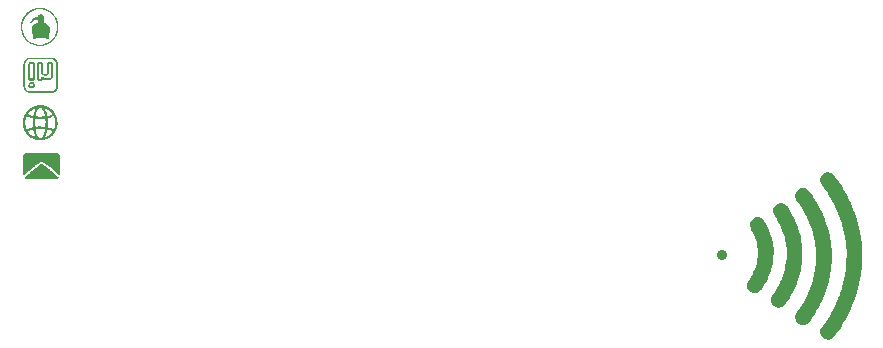
<source format=gbs>
G04 Layer: BottomSolderMaskLayer*
G04 EasyEDA v6.5.50, 2025-06-01 17:24:59*
G04 69e65154b6b24189a8545f2fef81dcb9,5ab416c87bd24f2091f84acd62e1526b,10*
G04 Gerber Generator version 0.2*
G04 Scale: 100 percent, Rotated: No, Reflected: No *
G04 Dimensions in millimeters *
G04 leading zeros omitted , absolute positions ,4 integer and 5 decimal *
%FSLAX45Y45*%
%MOMM*%

%ADD10C,0.9096*%
%ADD11C,0.0157*%

%LPD*%
G36*
X-4899406Y-760882D02*
G01*
X-4931714Y-761492D01*
X-4942535Y-763066D01*
X-4950510Y-764641D01*
X-4959502Y-767943D01*
X-4973929Y-772363D01*
X-4976520Y-773734D01*
X-4980330Y-777087D01*
X-4990439Y-781100D01*
X-4996078Y-786536D01*
X-5002784Y-789686D01*
X-5008422Y-794715D01*
X-5015280Y-799185D01*
X-5018074Y-802894D01*
X-5023561Y-806551D01*
X-5026202Y-809802D01*
X-5026202Y-810869D01*
X-5032756Y-817829D01*
X-5038090Y-826363D01*
X-5039512Y-826922D01*
X-5042509Y-831443D01*
X-5044287Y-836168D01*
X-5050180Y-841908D01*
X-5054193Y-852678D01*
X-5056682Y-856081D01*
X-5058156Y-858977D01*
X-5062778Y-877519D01*
X-5065318Y-883869D01*
X-5067300Y-892708D01*
X-5068722Y-904240D01*
X-5068709Y-908913D01*
X-5058765Y-908913D01*
X-5057648Y-898398D01*
X-5054041Y-888187D01*
X-5051450Y-873861D01*
X-5049875Y-869137D01*
X-5045710Y-863955D01*
X-5044846Y-862330D01*
X-5042052Y-853948D01*
X-5037023Y-845921D01*
X-5033568Y-838200D01*
X-5030520Y-834593D01*
X-5025847Y-827176D01*
X-5004054Y-805332D01*
X-4998669Y-801370D01*
X-4993894Y-797204D01*
X-4986121Y-793597D01*
X-4980127Y-789330D01*
X-4969306Y-785317D01*
X-4963109Y-781151D01*
X-4960416Y-779983D01*
X-4949748Y-777697D01*
X-4944059Y-776071D01*
X-4938826Y-773074D01*
X-4931714Y-771296D01*
X-4891532Y-771245D01*
X-4883962Y-772566D01*
X-4876850Y-776224D01*
X-4859985Y-780338D01*
X-4856480Y-781964D01*
X-4852314Y-785418D01*
X-4844643Y-787857D01*
X-4839157Y-790346D01*
X-4836007Y-793038D01*
X-4825085Y-798626D01*
X-4821986Y-801928D01*
X-4814722Y-806602D01*
X-4811420Y-811733D01*
X-4806543Y-815289D01*
X-4802987Y-820013D01*
X-4799025Y-823061D01*
X-4796790Y-826719D01*
X-4789881Y-834085D01*
X-4785156Y-843787D01*
X-4782210Y-847140D01*
X-4781092Y-849426D01*
X-4777384Y-859739D01*
X-4773980Y-865479D01*
X-4772355Y-870712D01*
X-4769612Y-882548D01*
X-4764684Y-892200D01*
X-4763262Y-900023D01*
X-4763262Y-943000D01*
X-4764582Y-950823D01*
X-4769612Y-960882D01*
X-4773422Y-976731D01*
X-4777028Y-982776D01*
X-4781600Y-995324D01*
X-4784648Y-999032D01*
X-4790490Y-1010259D01*
X-4794961Y-1014018D01*
X-4798263Y-1018895D01*
X-4813249Y-1034186D01*
X-4815078Y-1036980D01*
X-4819243Y-1039114D01*
X-4825288Y-1044803D01*
X-4834839Y-1049680D01*
X-4840528Y-1053744D01*
X-4852365Y-1057960D01*
X-4855972Y-1060907D01*
X-4859375Y-1062685D01*
X-4874615Y-1066190D01*
X-4878476Y-1067816D01*
X-4881473Y-1070000D01*
X-4888433Y-1071676D01*
X-4927600Y-1071981D01*
X-4935677Y-1071067D01*
X-4941163Y-1069441D01*
X-4941874Y-1068324D01*
X-4946650Y-1066190D01*
X-4961788Y-1062685D01*
X-4964684Y-1061161D01*
X-4970018Y-1057503D01*
X-4975504Y-1055674D01*
X-4981651Y-1053084D01*
X-4986324Y-1049629D01*
X-4994148Y-1046022D01*
X-4998161Y-1042416D01*
X-5002784Y-1038860D01*
X-5025034Y-1017117D01*
X-5029962Y-1009497D01*
X-5033467Y-1005027D01*
X-5036972Y-997458D01*
X-5042204Y-989076D01*
X-5044186Y-982624D01*
X-5046726Y-977544D01*
X-5048961Y-975461D01*
X-5050993Y-971499D01*
X-5053990Y-955548D01*
X-5058257Y-942441D01*
X-5058765Y-908913D01*
X-5068709Y-908913D01*
X-5068620Y-940358D01*
X-5066944Y-952601D01*
X-5064760Y-961237D01*
X-5062931Y-964996D01*
X-5059629Y-978611D01*
X-5057648Y-985418D01*
X-5054092Y-991006D01*
X-5049774Y-1001928D01*
X-5045100Y-1005840D01*
X-5041747Y-1013256D01*
X-5036870Y-1018844D01*
X-5032248Y-1026261D01*
X-5027828Y-1030224D01*
X-5024221Y-1036218D01*
X-5020208Y-1038504D01*
X-5014061Y-1045108D01*
X-5007914Y-1048918D01*
X-5002276Y-1053896D01*
X-4994910Y-1057300D01*
X-4992217Y-1060907D01*
X-4988864Y-1062583D01*
X-4980838Y-1065885D01*
X-4976622Y-1069492D01*
X-4973675Y-1071016D01*
X-4961128Y-1074724D01*
X-4955387Y-1077315D01*
X-4947259Y-1079398D01*
X-4932730Y-1081532D01*
X-4918811Y-1082446D01*
X-4893564Y-1081989D01*
X-4879695Y-1080363D01*
X-4867808Y-1077925D01*
X-4858562Y-1074267D01*
X-4845913Y-1070406D01*
X-4839512Y-1065580D01*
X-4831283Y-1062024D01*
X-4826609Y-1057554D01*
X-4817872Y-1053185D01*
X-4812741Y-1048461D01*
X-4808067Y-1045718D01*
X-4801311Y-1038809D01*
X-4797450Y-1035761D01*
X-4795469Y-1031748D01*
X-4789728Y-1027480D01*
X-4786274Y-1022045D01*
X-4781804Y-1017219D01*
X-4777181Y-1007973D01*
X-4773422Y-1003553D01*
X-4770577Y-995883D01*
X-4768494Y-992733D01*
X-4766056Y-990396D01*
X-4763008Y-983843D01*
X-4763008Y-982167D01*
X-4760976Y-976121D01*
X-4757369Y-968451D01*
X-4755743Y-960780D01*
X-4753305Y-943000D01*
X-4752035Y-927303D01*
X-4752695Y-905814D01*
X-4754270Y-892200D01*
X-4756912Y-875944D01*
X-4761382Y-865987D01*
X-4764582Y-855319D01*
X-4768189Y-850849D01*
X-4771237Y-846226D01*
X-4773371Y-839622D01*
X-4777282Y-835101D01*
X-4781804Y-826211D01*
X-4787188Y-820267D01*
X-4789271Y-816051D01*
X-4794910Y-811834D01*
X-4798872Y-805789D01*
X-4804206Y-802132D01*
X-4808474Y-797102D01*
X-4812385Y-795070D01*
X-4818380Y-789736D01*
X-4827168Y-785469D01*
X-4831842Y-780542D01*
X-4835906Y-779221D01*
X-4841544Y-776325D01*
X-4845304Y-773277D01*
X-4849266Y-771550D01*
X-4861153Y-768248D01*
X-4866843Y-765810D01*
X-4875022Y-763727D01*
X-4884826Y-762152D01*
G37*
G36*
X-4903978Y-814425D02*
G01*
X-4909058Y-815390D01*
X-4918303Y-820826D01*
X-4922266Y-824636D01*
X-4925720Y-829462D01*
X-4929378Y-838149D01*
X-4931867Y-842060D01*
X-4948174Y-842619D01*
X-4961991Y-846378D01*
X-4966309Y-848309D01*
X-4976012Y-858367D01*
X-4979974Y-867816D01*
X-4983480Y-871982D01*
X-4986477Y-878078D01*
X-4992725Y-883615D01*
X-4992065Y-886409D01*
X-4990134Y-890371D01*
X-4989372Y-890320D01*
X-4987442Y-888847D01*
X-4981651Y-887679D01*
X-4977790Y-885088D01*
X-4975352Y-881176D01*
X-4972507Y-878586D01*
X-4968544Y-872642D01*
X-4964684Y-870305D01*
X-4958283Y-864006D01*
X-4950764Y-862025D01*
X-4940757Y-861415D01*
X-4931410Y-863244D01*
X-4928463Y-866698D01*
X-4926939Y-875487D01*
X-4928362Y-883767D01*
X-4931308Y-886815D01*
X-4941062Y-889203D01*
X-4944567Y-891032D01*
X-4948123Y-894181D01*
X-4956962Y-898398D01*
X-4963718Y-904748D01*
X-4968036Y-908253D01*
X-4969967Y-912114D01*
X-4974183Y-917803D01*
X-4976723Y-925728D01*
X-4977790Y-932535D01*
X-4978450Y-944575D01*
X-4977231Y-966520D01*
X-4975860Y-977239D01*
X-4967935Y-992936D01*
X-4969052Y-1008735D01*
X-4969052Y-1017117D01*
X-4966919Y-1023569D01*
X-4964836Y-1026515D01*
X-4956657Y-1026515D01*
X-4951780Y-1022959D01*
X-4947564Y-1020775D01*
X-4943144Y-1015441D01*
X-4940198Y-1013917D01*
X-4932527Y-1012291D01*
X-4915712Y-1014577D01*
X-4892548Y-1015085D01*
X-4877104Y-1013307D01*
X-4866132Y-1012748D01*
X-4860798Y-1015492D01*
X-4854956Y-1020571D01*
X-4850333Y-1023721D01*
X-4845151Y-1025499D01*
X-4842611Y-1026972D01*
X-4840986Y-1027023D01*
X-4838801Y-1024686D01*
X-4835601Y-1017676D01*
X-4835906Y-992530D01*
X-4832553Y-988009D01*
X-4830013Y-982776D01*
X-4826254Y-968095D01*
X-4824374Y-959205D01*
X-4823104Y-946251D01*
X-4824425Y-934110D01*
X-4825847Y-931265D01*
X-4830368Y-915517D01*
X-4832299Y-912469D01*
X-4837633Y-905764D01*
X-4845862Y-898194D01*
X-4854448Y-894181D01*
X-4858766Y-890524D01*
X-4869027Y-887171D01*
X-4873142Y-884174D01*
X-4874920Y-875944D01*
X-4872532Y-867054D01*
X-4872126Y-841603D01*
X-4873904Y-834085D01*
X-4877257Y-829360D01*
X-4879848Y-824128D01*
X-4882794Y-821385D01*
X-4892548Y-816051D01*
X-4898694Y-814425D01*
G37*
G36*
X-4997602Y-1181455D02*
G01*
X-5007152Y-1182573D01*
X-5011521Y-1184300D01*
X-5017160Y-1187754D01*
X-5025136Y-1191006D01*
X-5033924Y-1198829D01*
X-5036718Y-1203756D01*
X-5043068Y-1210005D01*
X-5043576Y-1213154D01*
X-5047335Y-1227836D01*
X-5048351Y-1237234D01*
X-5048351Y-1331772D01*
X-5032908Y-1331772D01*
X-5032908Y-1234643D01*
X-5031841Y-1227378D01*
X-5028234Y-1217879D01*
X-5024526Y-1210157D01*
X-5017770Y-1205331D01*
X-5011724Y-1200251D01*
X-5006390Y-1197813D01*
X-4995570Y-1196594D01*
X-4799838Y-1196949D01*
X-4791659Y-1198778D01*
X-4789017Y-1200505D01*
X-4778400Y-1211072D01*
X-4774387Y-1215390D01*
X-4772355Y-1218946D01*
X-4770018Y-1227836D01*
X-4769713Y-1428597D01*
X-4771237Y-1439011D01*
X-4773828Y-1445514D01*
X-4778857Y-1450949D01*
X-4781042Y-1455267D01*
X-4784496Y-1457960D01*
X-4785461Y-1457960D01*
X-4792573Y-1462684D01*
X-4800346Y-1464970D01*
X-4998161Y-1465224D01*
X-5006898Y-1463700D01*
X-5010505Y-1461262D01*
X-5018328Y-1457502D01*
X-5025745Y-1449527D01*
X-5028234Y-1444091D01*
X-5030978Y-1437284D01*
X-5032857Y-1428902D01*
X-5032908Y-1331772D01*
X-5048351Y-1331772D01*
X-5048351Y-1423670D01*
X-5047335Y-1434084D01*
X-5042052Y-1454048D01*
X-5030368Y-1466088D01*
X-5024882Y-1471422D01*
X-5022342Y-1473047D01*
X-5009489Y-1477467D01*
X-5006898Y-1479143D01*
X-4998161Y-1480921D01*
X-4808626Y-1480972D01*
X-4798771Y-1480058D01*
X-4781397Y-1473657D01*
X-4766767Y-1462125D01*
X-4764176Y-1458163D01*
X-4760315Y-1450390D01*
X-4756962Y-1444599D01*
X-4755032Y-1436776D01*
X-4755032Y-1225194D01*
X-4756861Y-1217320D01*
X-4761992Y-1208481D01*
X-4764786Y-1201267D01*
X-4768850Y-1197965D01*
X-4775657Y-1191615D01*
X-4785309Y-1187551D01*
X-4791405Y-1183436D01*
X-4798314Y-1181811D01*
G37*
G36*
X-4988560Y-1217980D02*
G01*
X-4998313Y-1219860D01*
X-5005171Y-1226921D01*
X-5006594Y-1235151D01*
X-5006594Y-1352753D01*
X-4991201Y-1352753D01*
X-4991150Y-1243533D01*
X-4989271Y-1239367D01*
X-4986426Y-1235913D01*
X-4982260Y-1233728D01*
X-4973167Y-1234490D01*
X-4971135Y-1237081D01*
X-4969052Y-1242771D01*
X-4969052Y-1354124D01*
X-4972304Y-1359103D01*
X-4974437Y-1359916D01*
X-4982159Y-1360576D01*
X-4987798Y-1357426D01*
X-4989728Y-1355598D01*
X-4991201Y-1352753D01*
X-5006594Y-1352753D01*
X-5006594Y-1361338D01*
X-5004816Y-1369974D01*
X-5001768Y-1373225D01*
X-4998669Y-1375460D01*
X-4993995Y-1376121D01*
X-4965700Y-1376273D01*
X-4956657Y-1372768D01*
X-4954219Y-1370431D01*
X-4953050Y-1363878D01*
X-4953152Y-1231493D01*
X-4953965Y-1226515D01*
X-4956352Y-1223873D01*
X-4962042Y-1221232D01*
X-4965598Y-1218488D01*
G37*
G36*
X-4915916Y-1218133D02*
G01*
X-4923942Y-1219301D01*
X-4933442Y-1226515D01*
X-4935016Y-1236726D01*
X-4935016Y-1242872D01*
X-4920132Y-1242872D01*
X-4918100Y-1236167D01*
X-4915966Y-1233830D01*
X-4906924Y-1233830D01*
X-4901387Y-1235506D01*
X-4899050Y-1237081D01*
X-4896916Y-1242771D01*
X-4896916Y-1301140D01*
X-4895951Y-1311656D01*
X-4894224Y-1318920D01*
X-4891786Y-1322578D01*
X-4888738Y-1324660D01*
X-4886350Y-1328826D01*
X-4883200Y-1332026D01*
X-4866284Y-1335989D01*
X-4858562Y-1335328D01*
X-4849825Y-1332738D01*
X-4846218Y-1330960D01*
X-4840935Y-1325727D01*
X-4837785Y-1321257D01*
X-4835550Y-1314297D01*
X-4833924Y-1311097D01*
X-4832553Y-1303782D01*
X-4832553Y-1243939D01*
X-4828844Y-1236472D01*
X-4825085Y-1233830D01*
X-4816805Y-1233830D01*
X-4814062Y-1236726D01*
X-4811674Y-1241958D01*
X-4811674Y-1331518D01*
X-4813046Y-1338834D01*
X-4815586Y-1344574D01*
X-4825085Y-1355191D01*
X-4833315Y-1357934D01*
X-4840528Y-1358950D01*
X-4850333Y-1359001D01*
X-4859020Y-1357884D01*
X-4866995Y-1356004D01*
X-4872431Y-1351076D01*
X-4876596Y-1348892D01*
X-4879695Y-1346504D01*
X-4882235Y-1342237D01*
X-4887671Y-1340154D01*
X-4891532Y-1339545D01*
X-4895494Y-1343710D01*
X-4896358Y-1348282D01*
X-4896408Y-1352499D01*
X-4898999Y-1357833D01*
X-4905451Y-1360830D01*
X-4915712Y-1361186D01*
X-4917998Y-1358747D01*
X-4920081Y-1354023D01*
X-4920132Y-1242872D01*
X-4935016Y-1242872D01*
X-4935067Y-1360220D01*
X-4933289Y-1370126D01*
X-4929124Y-1373225D01*
X-4924501Y-1375968D01*
X-4919878Y-1376730D01*
X-4892548Y-1376426D01*
X-4888788Y-1374800D01*
X-4882235Y-1368044D01*
X-4874615Y-1366926D01*
X-4871974Y-1368348D01*
X-4869383Y-1371142D01*
X-4865776Y-1372971D01*
X-4857546Y-1374444D01*
X-4832299Y-1374444D01*
X-4824171Y-1372158D01*
X-4818888Y-1366977D01*
X-4812436Y-1363675D01*
X-4805222Y-1356106D01*
X-4798618Y-1343050D01*
X-4796840Y-1335176D01*
X-4796434Y-1238300D01*
X-4797399Y-1226972D01*
X-4799380Y-1224178D01*
X-4808626Y-1219250D01*
X-4833823Y-1219200D01*
X-4841544Y-1221841D01*
X-4843830Y-1223365D01*
X-4846726Y-1228344D01*
X-4847336Y-1307947D01*
X-4848148Y-1311097D01*
X-4850231Y-1313434D01*
X-4858004Y-1318869D01*
X-4866132Y-1320088D01*
X-4875022Y-1317345D01*
X-4880711Y-1311605D01*
X-4882540Y-1301648D01*
X-4882489Y-1235151D01*
X-4883810Y-1226820D01*
X-4890516Y-1219911D01*
X-4899253Y-1218133D01*
G37*
G36*
X-4981448Y-1384554D02*
G01*
X-4983835Y-1387195D01*
X-4990642Y-1389329D01*
X-4999380Y-1393545D01*
X-5005019Y-1403248D01*
X-5007813Y-1410055D01*
X-5007798Y-1411478D01*
X-4992319Y-1411478D01*
X-4990693Y-1408938D01*
X-4984242Y-1403146D01*
X-4981549Y-1401368D01*
X-4973218Y-1404061D01*
X-4969662Y-1408480D01*
X-4968087Y-1411681D01*
X-4969103Y-1419910D01*
X-4970068Y-1421790D01*
X-4973421Y-1424330D01*
X-4980178Y-1425498D01*
X-4982667Y-1425448D01*
X-4987848Y-1422806D01*
X-4990998Y-1420368D01*
X-4992319Y-1411478D01*
X-5007798Y-1411478D01*
X-5007660Y-1419606D01*
X-5002276Y-1431442D01*
X-4996891Y-1437386D01*
X-4990439Y-1440891D01*
X-4982667Y-1442161D01*
X-4973421Y-1441653D01*
X-4964734Y-1438859D01*
X-4961229Y-1433931D01*
X-4955133Y-1428394D01*
X-4952898Y-1422095D01*
X-4952187Y-1411884D01*
X-4953914Y-1403248D01*
X-4955692Y-1400454D01*
X-4959299Y-1398016D01*
X-4962499Y-1392936D01*
X-4964988Y-1391259D01*
X-4973421Y-1387703D01*
X-4978552Y-1386586D01*
G37*
G36*
X-4900777Y-1583486D02*
G01*
X-4921910Y-1584045D01*
X-4932730Y-1585823D01*
X-4942535Y-1589836D01*
X-4957470Y-1592986D01*
X-4962093Y-1594662D01*
X-4968290Y-1598117D01*
X-4973929Y-1599996D01*
X-4978044Y-1602079D01*
X-4982768Y-1606550D01*
X-4990846Y-1611071D01*
X-4995824Y-1615541D01*
X-4999177Y-1617268D01*
X-5009438Y-1627124D01*
X-5012232Y-1631442D01*
X-5017160Y-1635201D01*
X-5020614Y-1639925D01*
X-5024983Y-1644650D01*
X-5029301Y-1653692D01*
X-5030063Y-1654606D01*
X-5007051Y-1654606D01*
X-5003596Y-1650695D01*
X-5001006Y-1645513D01*
X-4996688Y-1642008D01*
X-4989372Y-1635099D01*
X-4984496Y-1631746D01*
X-4978552Y-1626463D01*
X-4971796Y-1622958D01*
X-4966309Y-1618234D01*
X-4956759Y-1614982D01*
X-4952796Y-1615694D01*
X-4950663Y-1617065D01*
X-4949342Y-1620316D01*
X-4951984Y-1626311D01*
X-4953660Y-1633118D01*
X-4959858Y-1644345D01*
X-4962906Y-1662938D01*
X-4965496Y-1671066D01*
X-4965945Y-1671370D01*
X-4944973Y-1671370D01*
X-4943703Y-1661363D01*
X-4942230Y-1654149D01*
X-4938166Y-1645005D01*
X-4936032Y-1636318D01*
X-4934407Y-1633118D01*
X-4930444Y-1627784D01*
X-4926177Y-1618437D01*
X-4922418Y-1614119D01*
X-4919065Y-1609852D01*
X-4909566Y-1605178D01*
X-4907635Y-1603705D01*
X-4899761Y-1606753D01*
X-4894326Y-1609547D01*
X-4889347Y-1613966D01*
X-4884320Y-1621739D01*
X-4862423Y-1621739D01*
X-4862423Y-1620215D01*
X-4860493Y-1616354D01*
X-4858410Y-1614474D01*
X-4846726Y-1617929D01*
X-4839004Y-1623568D01*
X-4831384Y-1627886D01*
X-4828844Y-1631238D01*
X-4821783Y-1636014D01*
X-4819548Y-1639062D01*
X-4814976Y-1642414D01*
X-4810455Y-1649577D01*
X-4806289Y-1652219D01*
X-4804664Y-1654759D01*
X-4805375Y-1657197D01*
X-4807915Y-1663141D01*
X-4813757Y-1666239D01*
X-4824069Y-1669034D01*
X-4832299Y-1673352D01*
X-4841798Y-1675130D01*
X-4845202Y-1671777D01*
X-4847640Y-1662938D01*
X-4852568Y-1652473D01*
X-4856276Y-1636776D01*
X-4859883Y-1630578D01*
X-4862423Y-1621739D01*
X-4884320Y-1621739D01*
X-4880508Y-1627886D01*
X-4876647Y-1640890D01*
X-4873142Y-1646224D01*
X-4871262Y-1651000D01*
X-4868570Y-1665579D01*
X-4866944Y-1671574D01*
X-4869484Y-1675536D01*
X-4873802Y-1678584D01*
X-4884318Y-1679905D01*
X-4900117Y-1681022D01*
X-4916779Y-1680870D01*
X-4932222Y-1679448D01*
X-4940452Y-1677771D01*
X-4942890Y-1675536D01*
X-4944973Y-1671370D01*
X-4965945Y-1671370D01*
X-4968290Y-1672996D01*
X-4972659Y-1674723D01*
X-4974945Y-1674672D01*
X-4981143Y-1672843D01*
X-4987848Y-1669034D01*
X-4998567Y-1666290D01*
X-5002276Y-1664309D01*
X-5003850Y-1662938D01*
X-5007051Y-1654606D01*
X-5030063Y-1654606D01*
X-5033924Y-1659178D01*
X-5036616Y-1666341D01*
X-5040630Y-1671320D01*
X-5042763Y-1677111D01*
X-5045354Y-1687575D01*
X-5049824Y-1701190D01*
X-5051450Y-1711147D01*
X-5052622Y-1733702D01*
X-5034026Y-1733702D01*
X-5033365Y-1722628D01*
X-5031943Y-1714042D01*
X-5029403Y-1705914D01*
X-5026101Y-1688084D01*
X-5023459Y-1683054D01*
X-5021732Y-1682089D01*
X-5014468Y-1680057D01*
X-5013604Y-1680921D01*
X-4998516Y-1685747D01*
X-4993487Y-1689252D01*
X-4989982Y-1691081D01*
X-4973472Y-1694078D01*
X-4970830Y-1696059D01*
X-4969103Y-1702765D01*
X-4969564Y-1738884D01*
X-4951628Y-1738884D01*
X-4951018Y-1714246D01*
X-4949952Y-1705356D01*
X-4948834Y-1703070D01*
X-4942535Y-1699615D01*
X-4923993Y-1700123D01*
X-4888433Y-1700123D01*
X-4867148Y-1699666D01*
X-4864608Y-1701393D01*
X-4862372Y-1705051D01*
X-4861255Y-1723694D01*
X-4861915Y-1756664D01*
X-4863231Y-1763268D01*
X-4843373Y-1763268D01*
X-4842306Y-1753565D01*
X-4841697Y-1725625D01*
X-4843018Y-1705356D01*
X-4842916Y-1703374D01*
X-4840782Y-1696262D01*
X-4834382Y-1693113D01*
X-4823714Y-1691538D01*
X-4818380Y-1688998D01*
X-4812893Y-1685188D01*
X-4794351Y-1679905D01*
X-4791862Y-1678939D01*
X-4788255Y-1684426D01*
X-4785207Y-1693722D01*
X-4783175Y-1697228D01*
X-4781042Y-1704136D01*
X-4779568Y-1719529D01*
X-4778908Y-1734159D01*
X-4780026Y-1753463D01*
X-4781651Y-1764538D01*
X-4785258Y-1772920D01*
X-4788306Y-1781911D01*
X-4792116Y-1785620D01*
X-4802479Y-1783791D01*
X-4808067Y-1781911D01*
X-4813808Y-1779016D01*
X-4819396Y-1777390D01*
X-4833061Y-1774850D01*
X-4837633Y-1772615D01*
X-4841900Y-1766824D01*
X-4843373Y-1763268D01*
X-4863231Y-1763268D01*
X-4863439Y-1764182D01*
X-4867198Y-1766519D01*
X-4885842Y-1765858D01*
X-4904892Y-1764792D01*
X-4918811Y-1765350D01*
X-4937353Y-1766417D01*
X-4940452Y-1766824D01*
X-4946142Y-1764944D01*
X-4948885Y-1763623D01*
X-4950561Y-1756156D01*
X-4951628Y-1738884D01*
X-4969564Y-1738884D01*
X-4969611Y-1742541D01*
X-4968798Y-1763877D01*
X-4970576Y-1768703D01*
X-4973675Y-1772564D01*
X-4979619Y-1774850D01*
X-4992979Y-1777390D01*
X-4998618Y-1779016D01*
X-5004511Y-1782064D01*
X-5013452Y-1784705D01*
X-5017211Y-1784604D01*
X-5022850Y-1783232D01*
X-5025136Y-1780489D01*
X-5026253Y-1776577D01*
X-5028387Y-1765046D01*
X-5032857Y-1747977D01*
X-5034026Y-1733702D01*
X-5052622Y-1733702D01*
X-5051450Y-1755241D01*
X-5049469Y-1766112D01*
X-5045710Y-1777085D01*
X-5042560Y-1790192D01*
X-5040071Y-1795272D01*
X-5036616Y-1800148D01*
X-5033775Y-1806448D01*
X-5007152Y-1806448D01*
X-5007152Y-1804619D01*
X-5001209Y-1801571D01*
X-4991963Y-1798777D01*
X-4982667Y-1794052D01*
X-4973421Y-1792427D01*
X-4967681Y-1794103D01*
X-4964099Y-1796643D01*
X-4944872Y-1796643D01*
X-4943856Y-1788617D01*
X-4940808Y-1785823D01*
X-4932730Y-1784959D01*
X-4874514Y-1784959D01*
X-4867554Y-1788414D01*
X-4867554Y-1796999D01*
X-4868621Y-1800656D01*
X-4871262Y-1815338D01*
X-4873802Y-1820570D01*
X-4877308Y-1826869D01*
X-4880051Y-1837029D01*
X-4883505Y-1842566D01*
X-4886179Y-1847748D01*
X-4863084Y-1847748D01*
X-4860798Y-1837842D01*
X-4855718Y-1827377D01*
X-4851958Y-1811680D01*
X-4848148Y-1804314D01*
X-4846269Y-1796592D01*
X-4843221Y-1793036D01*
X-4841544Y-1792122D01*
X-4831791Y-1793595D01*
X-4826609Y-1795322D01*
X-4819396Y-1799183D01*
X-4808220Y-1802231D01*
X-4804816Y-1805381D01*
X-4805934Y-1813763D01*
X-4824069Y-1831949D01*
X-4829708Y-1835912D01*
X-4835398Y-1840890D01*
X-4844135Y-1845106D01*
X-4849418Y-1848612D01*
X-4856937Y-1851202D01*
X-4859375Y-1851202D01*
X-4863084Y-1847748D01*
X-4886179Y-1847748D01*
X-4886756Y-1848866D01*
X-4898288Y-1860448D01*
X-4907483Y-1861921D01*
X-4915712Y-1859584D01*
X-4918202Y-1858264D01*
X-4921808Y-1852523D01*
X-4926533Y-1847138D01*
X-4930140Y-1838350D01*
X-4934508Y-1833422D01*
X-4935423Y-1831543D01*
X-4938674Y-1819757D01*
X-4941671Y-1813661D01*
X-4943246Y-1807464D01*
X-4944872Y-1796643D01*
X-4964099Y-1796643D01*
X-4961331Y-1812696D01*
X-4959299Y-1823008D01*
X-4954168Y-1831543D01*
X-4951120Y-1842363D01*
X-4947310Y-1847392D01*
X-4948682Y-1849628D01*
X-4950764Y-1850288D01*
X-4957267Y-1850999D01*
X-4962702Y-1848764D01*
X-4966360Y-1845919D01*
X-4975961Y-1841754D01*
X-4980127Y-1837740D01*
X-4984750Y-1834591D01*
X-4988864Y-1830171D01*
X-4997196Y-1823516D01*
X-5002174Y-1817928D01*
X-5004816Y-1813915D01*
X-5007152Y-1806448D01*
X-5033775Y-1806448D01*
X-5033010Y-1808175D01*
X-5028895Y-1812696D01*
X-5025136Y-1820875D01*
X-5019395Y-1827377D01*
X-5017516Y-1831136D01*
X-5013706Y-1834184D01*
X-5005882Y-1842363D01*
X-4998669Y-1848916D01*
X-4993995Y-1851660D01*
X-4985258Y-1859076D01*
X-4978044Y-1862632D01*
X-4974082Y-1865833D01*
X-4961077Y-1870100D01*
X-4957419Y-1872538D01*
X-4952288Y-1875129D01*
X-4947666Y-1876348D01*
X-4935321Y-1878431D01*
X-4925009Y-1881124D01*
X-4916271Y-1882546D01*
X-4891532Y-1882190D01*
X-4877104Y-1878533D01*
X-4860086Y-1875231D01*
X-4855921Y-1873351D01*
X-4851501Y-1870049D01*
X-4842611Y-1867357D01*
X-4838598Y-1865833D01*
X-4834178Y-1862683D01*
X-4823510Y-1857502D01*
X-4819650Y-1852828D01*
X-4812538Y-1848104D01*
X-4811522Y-1846122D01*
X-4807051Y-1843125D01*
X-4798009Y-1833930D01*
X-4794504Y-1828546D01*
X-4788712Y-1823313D01*
X-4786782Y-1819402D01*
X-4781753Y-1813763D01*
X-4777994Y-1804111D01*
X-4773371Y-1797304D01*
X-4769713Y-1785416D01*
X-4765903Y-1780286D01*
X-4764024Y-1774494D01*
X-4761026Y-1753006D01*
X-4759960Y-1743608D01*
X-4759299Y-1732584D01*
X-4760468Y-1717192D01*
X-4763516Y-1694891D01*
X-4765141Y-1687017D01*
X-4769713Y-1680210D01*
X-4772964Y-1670304D01*
X-4774488Y-1667154D01*
X-4777790Y-1662785D01*
X-4781194Y-1653793D01*
X-4786071Y-1648155D01*
X-4788458Y-1643075D01*
X-4793640Y-1637842D01*
X-4798822Y-1631492D01*
X-4808626Y-1620723D01*
X-4818888Y-1613611D01*
X-4820970Y-1611274D01*
X-4828184Y-1607566D01*
X-4833518Y-1602130D01*
X-4845050Y-1597558D01*
X-4849368Y-1594764D01*
X-4854651Y-1592986D01*
X-4868875Y-1590040D01*
X-4878628Y-1586128D01*
X-4885334Y-1584706D01*
G37*
G36*
X-5022850Y-1986534D02*
G01*
X-5029708Y-1988921D01*
X-5035143Y-1993087D01*
X-5039868Y-1995322D01*
X-5042306Y-1997557D01*
X-5045913Y-2003298D01*
X-5048910Y-2006549D01*
X-5051704Y-2014321D01*
X-5052009Y-2173732D01*
X-5050282Y-2177135D01*
X-5047691Y-2179980D01*
X-5044490Y-2177694D01*
X-5037785Y-2171496D01*
X-5030063Y-2165502D01*
X-5027472Y-2162657D01*
X-5022850Y-2159457D01*
X-5008422Y-2145080D01*
X-5005374Y-2143201D01*
X-5000193Y-2138273D01*
X-4996078Y-2135530D01*
X-4981854Y-2122170D01*
X-4972405Y-2114600D01*
X-4965293Y-2109622D01*
X-4959502Y-2104288D01*
X-4954778Y-2101545D01*
X-4952949Y-2098598D01*
X-4950256Y-2095652D01*
X-4945176Y-2093010D01*
X-4939944Y-2088032D01*
X-4931714Y-2083511D01*
X-4927041Y-2079091D01*
X-4920488Y-2075840D01*
X-4915052Y-2070760D01*
X-4905298Y-2066493D01*
X-4899914Y-2062327D01*
X-4894630Y-2061718D01*
X-4889855Y-2061667D01*
X-4872990Y-2070709D01*
X-4867808Y-2075738D01*
X-4861966Y-2078482D01*
X-4857038Y-2083003D01*
X-4848809Y-2087575D01*
X-4843373Y-2092553D01*
X-4839258Y-2094687D01*
X-4835398Y-2100681D01*
X-4828438Y-2104440D01*
X-4824577Y-2108149D01*
X-4817872Y-2112619D01*
X-4812182Y-2118106D01*
X-4808016Y-2120239D01*
X-4801412Y-2127758D01*
X-4797653Y-2129688D01*
X-4793284Y-2135022D01*
X-4790084Y-2136749D01*
X-4783886Y-2142642D01*
X-4779467Y-2145639D01*
X-4776216Y-2149398D01*
X-4771542Y-2152954D01*
X-4755032Y-2168347D01*
X-4749393Y-2172360D01*
X-4745431Y-2176881D01*
X-4742637Y-2178862D01*
X-4738674Y-2177491D01*
X-4735677Y-2174595D01*
X-4735982Y-2015896D01*
X-4739386Y-2005126D01*
X-4747056Y-1995779D01*
X-4754880Y-1991918D01*
X-4758131Y-1989074D01*
X-4760214Y-1988007D01*
X-4767376Y-1986534D01*
G37*
G36*
X-4891532Y-2083307D02*
G01*
X-4899761Y-2084070D01*
X-4907483Y-2087118D01*
X-4909769Y-2088388D01*
X-4914442Y-2092553D01*
X-4922875Y-2096973D01*
X-4928616Y-2103120D01*
X-4933238Y-2106066D01*
X-4937556Y-2110232D01*
X-4942535Y-2113127D01*
X-4947158Y-2116988D01*
X-4951780Y-2120188D01*
X-4967224Y-2134514D01*
X-4974437Y-2139340D01*
X-4978400Y-2143404D01*
X-4982667Y-2146096D01*
X-4988915Y-2152548D01*
X-4992573Y-2155088D01*
X-4995570Y-2159203D01*
X-5002479Y-2163876D01*
X-5005120Y-2167026D01*
X-5011166Y-2171547D01*
X-5026304Y-2186025D01*
X-5031841Y-2190242D01*
X-5035651Y-2194966D01*
X-5039614Y-2199182D01*
X-5030571Y-2206802D01*
X-5023916Y-2210054D01*
X-5015128Y-2210765D01*
X-4776165Y-2210917D01*
X-4764328Y-2209952D01*
X-4759147Y-2208174D01*
X-4755540Y-2204770D01*
X-4749901Y-2201164D01*
X-4748428Y-2199386D01*
X-4749800Y-2196744D01*
X-4753051Y-2194712D01*
X-4758385Y-2189175D01*
X-4768799Y-2179269D01*
X-4775352Y-2172614D01*
X-4780127Y-2169515D01*
X-4807762Y-2144420D01*
X-4808778Y-2144420D01*
X-4815586Y-2138121D01*
X-4819599Y-2135581D01*
X-4823358Y-2131009D01*
X-4826609Y-2129078D01*
X-4830064Y-2125827D01*
X-4832146Y-2122373D01*
X-4838141Y-2119325D01*
X-4844237Y-2114143D01*
X-4851501Y-2109419D01*
X-4854143Y-2105863D01*
X-4861356Y-2101850D01*
X-4865268Y-2096516D01*
X-4872736Y-2092756D01*
X-4878628Y-2088083D01*
X-4882235Y-2085898D01*
G37*
G36*
X1763014Y-2150567D02*
G01*
X1744421Y-2154072D01*
X1736699Y-2158034D01*
X1729536Y-2163013D01*
X1712112Y-2177846D01*
X1708657Y-2177846D01*
X1706524Y-2182012D01*
X1704848Y-2191512D01*
X1698650Y-2203399D01*
X1697532Y-2228951D01*
X1706016Y-2246122D01*
X1711299Y-2259177D01*
X1719935Y-2267508D01*
X1728368Y-2282240D01*
X1732635Y-2285390D01*
X1737918Y-2293924D01*
X1745081Y-2304034D01*
X1751075Y-2312924D01*
X1760829Y-2325674D01*
X1766163Y-2336393D01*
X1771396Y-2346147D01*
X1775002Y-2350363D01*
X1781454Y-2361285D01*
X1787143Y-2373172D01*
X1791106Y-2376424D01*
X1791106Y-2379370D01*
X1798269Y-2389784D01*
X1798320Y-2393645D01*
X1805482Y-2402586D01*
X1805482Y-2407158D01*
X1808276Y-2412339D01*
X1811274Y-2414727D01*
X1813814Y-2424277D01*
X1819605Y-2432100D01*
X1821078Y-2439924D01*
X1825802Y-2444191D01*
X1828292Y-2453386D01*
X1834184Y-2461971D01*
X1834184Y-2464968D01*
X1841144Y-2478024D01*
X1842820Y-2485948D01*
X1847189Y-2493111D01*
X1850186Y-2504948D01*
X1856943Y-2517648D01*
X1856943Y-2521610D01*
X1861667Y-2529332D01*
X1864461Y-2540609D01*
X1868932Y-2549448D01*
X1872386Y-2564333D01*
X1878533Y-2583332D01*
X1883511Y-2597556D01*
X1885442Y-2609443D01*
X1890522Y-2620721D01*
X1892706Y-2639110D01*
X1897634Y-2651658D01*
X1900021Y-2668828D01*
X1905762Y-2692552D01*
X1908556Y-2712720D01*
X1912061Y-2730855D01*
X1914245Y-2761437D01*
X1917903Y-2775661D01*
X1920595Y-2831490D01*
X1919122Y-2933598D01*
X1916785Y-2948990D01*
X1914296Y-2959709D01*
X1912061Y-2990240D01*
X1908556Y-3008376D01*
X1905762Y-3028543D01*
X1900021Y-3052318D01*
X1897837Y-3067761D01*
X1892503Y-3083204D01*
X1890522Y-3100374D01*
X1885442Y-3111652D01*
X1883511Y-3123539D01*
X1878533Y-3137814D01*
X1872386Y-3156762D01*
X1868932Y-3171698D01*
X1864410Y-3180537D01*
X1862632Y-3188868D01*
X1856943Y-3200044D01*
X1856943Y-3203448D01*
X1850186Y-3216198D01*
X1847189Y-3228035D01*
X1842820Y-3235147D01*
X1841144Y-3243072D01*
X1834184Y-3256178D01*
X1834184Y-3259175D01*
X1828292Y-3267760D01*
X1825802Y-3276904D01*
X1821078Y-3281172D01*
X1819605Y-3289046D01*
X1813814Y-3296818D01*
X1811274Y-3306368D01*
X1808276Y-3308756D01*
X1805482Y-3313937D01*
X1805482Y-3318510D01*
X1798320Y-3327501D01*
X1798269Y-3331311D01*
X1791106Y-3341776D01*
X1791106Y-3344062D01*
X1785162Y-3351072D01*
X1785162Y-3353968D01*
X1777390Y-3366160D01*
X1766112Y-3384753D01*
X1760880Y-3395421D01*
X1748078Y-3412388D01*
X1748078Y-3414725D01*
X1744167Y-3417976D01*
X1737918Y-3427171D01*
X1732635Y-3435756D01*
X1728368Y-3438855D01*
X1719935Y-3453637D01*
X1711299Y-3461918D01*
X1706016Y-3474974D01*
X1697532Y-3492195D01*
X1698650Y-3517747D01*
X1704848Y-3529584D01*
X1706524Y-3539083D01*
X1708657Y-3543249D01*
X1712112Y-3543249D01*
X1729536Y-3558082D01*
X1736699Y-3563061D01*
X1744573Y-3567125D01*
X1760626Y-3570274D01*
X1774088Y-3570579D01*
X1784654Y-3565906D01*
X1794459Y-3564382D01*
X1809191Y-3550970D01*
X1817573Y-3544112D01*
X1822297Y-3534968D01*
X1824482Y-3534968D01*
X1825904Y-3530396D01*
X1834184Y-3520084D01*
X1834184Y-3517442D01*
X1837893Y-3514394D01*
X1851050Y-3494582D01*
X1853387Y-3494582D01*
X1856232Y-3488029D01*
X1863445Y-3477361D01*
X1869948Y-3470249D01*
X1879752Y-3450742D01*
X1882089Y-3449269D01*
X1885746Y-3440582D01*
X1890166Y-3435807D01*
X1894027Y-3427476D01*
X1902358Y-3414420D01*
X1907133Y-3404666D01*
X1910892Y-3401568D01*
X1914448Y-3394710D01*
X1918766Y-3390442D01*
X1920290Y-3380943D01*
X1924964Y-3375050D01*
X1929739Y-3362502D01*
X1933244Y-3358642D01*
X1935835Y-3348939D01*
X1940509Y-3344722D01*
X1942084Y-3337255D01*
X1949043Y-3326739D01*
X1949094Y-3323031D01*
X1956206Y-3312566D01*
X1956206Y-3308654D01*
X1961032Y-3299256D01*
X1964283Y-3288588D01*
X1970582Y-3276955D01*
X1970582Y-3271926D01*
X1975612Y-3262528D01*
X1979218Y-3250590D01*
X1983739Y-3244240D01*
X1985772Y-3233420D01*
X1989632Y-3227578D01*
X1994407Y-3211423D01*
X1999183Y-3198368D01*
X1999284Y-3192830D01*
X2006447Y-3176574D01*
X2006447Y-3169462D01*
X2011222Y-3158388D01*
X2014778Y-3143097D01*
X2019350Y-3134207D01*
X2021027Y-3119983D01*
X2024227Y-3108096D01*
X2027885Y-3098596D01*
X2027986Y-3087624D01*
X2034082Y-3066694D01*
X2036165Y-3051098D01*
X2041296Y-3032150D01*
X2043379Y-3002432D01*
X2049424Y-2966821D01*
X2055469Y-2862224D01*
X2049424Y-2754274D01*
X2043379Y-2718663D01*
X2041296Y-2688996D01*
X2036165Y-2669997D01*
X2034082Y-2654452D01*
X2027986Y-2633522D01*
X2027885Y-2622499D01*
X2024227Y-2612999D01*
X2021027Y-2601112D01*
X2019350Y-2586888D01*
X2014778Y-2578049D01*
X2011222Y-2562707D01*
X2006447Y-2551684D01*
X2006447Y-2544572D01*
X1999284Y-2528316D01*
X1999183Y-2522778D01*
X1994407Y-2509723D01*
X1989632Y-2493518D01*
X1985772Y-2487676D01*
X1983739Y-2476906D01*
X1979218Y-2470556D01*
X1975612Y-2458567D01*
X1970582Y-2449220D01*
X1970582Y-2444191D01*
X1964283Y-2432558D01*
X1961032Y-2421839D01*
X1956206Y-2412441D01*
X1956206Y-2408580D01*
X1949094Y-2398115D01*
X1949043Y-2394356D01*
X1942084Y-2383840D01*
X1940509Y-2376373D01*
X1935835Y-2372207D01*
X1933244Y-2362504D01*
X1929739Y-2358593D01*
X1924964Y-2346045D01*
X1920290Y-2340152D01*
X1918766Y-2330653D01*
X1914448Y-2326386D01*
X1910892Y-2319578D01*
X1907133Y-2316480D01*
X1902358Y-2306675D01*
X1894027Y-2293620D01*
X1888896Y-2282342D01*
X1886712Y-2282342D01*
X1881987Y-2271776D01*
X1879854Y-2270455D01*
X1870760Y-2252218D01*
X1862328Y-2242312D01*
X1857502Y-2234387D01*
X1853895Y-2227834D01*
X1849628Y-2224684D01*
X1844344Y-2216150D01*
X1838096Y-2206904D01*
X1834184Y-2203704D01*
X1834184Y-2201011D01*
X1825904Y-2190699D01*
X1824482Y-2186178D01*
X1822297Y-2186178D01*
X1817573Y-2177034D01*
X1809191Y-2170125D01*
X1794459Y-2156764D01*
X1784654Y-2155190D01*
X1774088Y-2150567D01*
G37*
G36*
X1553667Y-2283460D02*
G01*
X1536954Y-2286914D01*
X1521815Y-2293213D01*
X1517192Y-2297785D01*
X1514957Y-2297785D01*
X1500428Y-2311450D01*
X1493469Y-2317496D01*
X1489557Y-2330856D01*
X1484884Y-2336749D01*
X1484884Y-2365146D01*
X1488389Y-2368042D01*
X1491234Y-2376728D01*
X1496568Y-2386228D01*
X1498244Y-2393238D01*
X1511401Y-2408783D01*
X1519428Y-2418943D01*
X1520952Y-2423617D01*
X1523136Y-2423617D01*
X1527708Y-2432558D01*
X1532737Y-2437079D01*
X1532737Y-2439924D01*
X1539849Y-2448763D01*
X1541424Y-2453894D01*
X1545640Y-2458669D01*
X1548384Y-2467254D01*
X1553159Y-2471572D01*
X1557578Y-2481529D01*
X1560068Y-2483002D01*
X1572361Y-2507335D01*
X1575714Y-2513279D01*
X1604518Y-2574290D01*
X1604518Y-2578811D01*
X1610766Y-2590444D01*
X1614220Y-2601772D01*
X1618640Y-2609443D01*
X1620266Y-2618841D01*
X1624888Y-2627782D01*
X1627428Y-2640330D01*
X1633067Y-2656941D01*
X1639570Y-2678328D01*
X1643684Y-2699664D01*
X1647342Y-2715107D01*
X1651406Y-2735326D01*
X1654657Y-2755493D01*
X1657400Y-2779217D01*
X1661363Y-2798216D01*
X1661363Y-2929991D01*
X1654962Y-2966821D01*
X1653387Y-2990596D01*
X1647596Y-3007614D01*
X1647596Y-3015589D01*
X1643989Y-3028543D01*
X1639163Y-3052318D01*
X1633016Y-3072485D01*
X1629410Y-3083204D01*
X1625803Y-3097428D01*
X1620977Y-3109315D01*
X1618640Y-3118815D01*
X1613103Y-3130651D01*
X1610512Y-3140456D01*
X1605584Y-3146653D01*
X1604365Y-3155594D01*
X1590395Y-3185312D01*
X1588719Y-3191205D01*
X1584401Y-3195980D01*
X1582166Y-3204260D01*
X1575816Y-3213506D01*
X1575765Y-3217367D01*
X1568653Y-3227781D01*
X1568653Y-3235350D01*
X1561439Y-3241700D01*
X1561439Y-3244291D01*
X1556258Y-3251555D01*
X1550873Y-3261258D01*
X1546606Y-3269589D01*
X1541881Y-3274974D01*
X1536395Y-3283813D01*
X1531721Y-3293770D01*
X1527048Y-3296259D01*
X1524558Y-3302812D01*
X1514754Y-3315868D01*
X1510639Y-3322777D01*
X1499158Y-3336696D01*
X1495704Y-3346297D01*
X1490878Y-3352444D01*
X1490878Y-3355340D01*
X1484884Y-3364077D01*
X1484884Y-3391509D01*
X1489557Y-3397961D01*
X1492504Y-3409594D01*
X1520190Y-3436365D01*
X1528572Y-3439058D01*
X1533347Y-3443224D01*
X1536954Y-3444646D01*
X1568043Y-3443884D01*
X1586077Y-3434638D01*
X1591056Y-3429863D01*
X1599590Y-3422345D01*
X1602994Y-3420364D01*
X1615897Y-3401720D01*
X1620570Y-3394252D01*
X1622552Y-3393440D01*
X1627073Y-3384600D01*
X1631035Y-3381349D01*
X1635658Y-3372865D01*
X1643938Y-3362198D01*
X1649933Y-3351072D01*
X1652422Y-3349548D01*
X1656080Y-3340862D01*
X1660499Y-3336086D01*
X1664360Y-3327755D01*
X1672640Y-3314700D01*
X1676857Y-3306368D01*
X1683461Y-3298596D01*
X1683461Y-3294379D01*
X1689404Y-3286404D01*
X1692148Y-3277870D01*
X1696415Y-3273145D01*
X1698701Y-3264814D01*
X1705000Y-3255619D01*
X1705000Y-3251657D01*
X1711045Y-3243529D01*
X1713534Y-3233978D01*
X1716582Y-3231591D01*
X1719376Y-3226409D01*
X1719376Y-3220923D01*
X1724050Y-3213303D01*
X1727860Y-3200298D01*
X1732635Y-3194253D01*
X1734515Y-3182670D01*
X1739392Y-3174593D01*
X1742135Y-3163316D01*
X1746859Y-3155594D01*
X1746910Y-3150870D01*
X1752955Y-3134207D01*
X1756410Y-3119374D01*
X1761134Y-3110179D01*
X1763420Y-3096158D01*
X1769618Y-3084626D01*
X1769618Y-3073349D01*
X1775714Y-3052470D01*
X1777847Y-3035554D01*
X1780539Y-3028543D01*
X1783842Y-3011932D01*
X1786432Y-2989783D01*
X1790039Y-2975152D01*
X1792224Y-2945434D01*
X1794764Y-2916936D01*
X1797456Y-2871825D01*
X1797456Y-2856382D01*
X1794814Y-2812491D01*
X1790954Y-2768549D01*
X1787550Y-2744673D01*
X1785416Y-2732938D01*
X1783791Y-2715107D01*
X1776780Y-2688793D01*
X1776780Y-2680360D01*
X1769922Y-2658110D01*
X1768195Y-2643886D01*
X1762404Y-2630271D01*
X1762404Y-2622753D01*
X1755597Y-2608275D01*
X1754073Y-2596946D01*
X1749094Y-2587244D01*
X1745945Y-2570734D01*
X1742236Y-2566670D01*
X1739595Y-2554884D01*
X1734820Y-2547315D01*
X1731213Y-2535224D01*
X1726793Y-2527503D01*
X1725269Y-2518867D01*
X1719224Y-2510028D01*
X1717852Y-2502611D01*
X1712214Y-2491892D01*
X1708556Y-2483612D01*
X1705203Y-2477668D01*
X1697837Y-2462784D01*
X1697837Y-2458364D01*
X1690624Y-2449423D01*
X1690624Y-2444089D01*
X1682292Y-2431999D01*
X1682292Y-2429865D01*
X1678432Y-2426716D01*
X1673098Y-2414727D01*
X1669135Y-2411476D01*
X1669135Y-2408580D01*
X1661972Y-2398115D01*
X1661922Y-2394000D01*
X1655927Y-2387396D01*
X1647596Y-2373477D01*
X1647596Y-2371750D01*
X1642567Y-2367229D01*
X1638858Y-2360117D01*
X1634286Y-2354173D01*
X1618894Y-2332228D01*
X1618894Y-2329840D01*
X1605940Y-2317089D01*
X1602130Y-2309774D01*
X1584807Y-2294991D01*
X1581708Y-2291892D01*
X1571650Y-2289200D01*
X1563268Y-2284984D01*
G37*
G36*
X1378102Y-2411425D02*
G01*
X1350721Y-2412644D01*
X1343863Y-2417673D01*
X1330045Y-2422855D01*
X1324000Y-2429103D01*
X1311503Y-2443226D01*
X1307388Y-2449169D01*
X1305712Y-2450338D01*
X1300226Y-2464612D01*
X1300276Y-2489555D01*
X1304544Y-2503779D01*
X1307795Y-2507437D01*
X1311351Y-2517394D01*
X1317447Y-2526284D01*
X1317447Y-2528976D01*
X1322832Y-2535682D01*
X1329283Y-2546502D01*
X1335481Y-2558389D01*
X1342542Y-2570276D01*
X1347673Y-2580944D01*
X1353312Y-2587650D01*
X1353312Y-2593086D01*
X1359662Y-2602331D01*
X1362659Y-2613558D01*
X1367688Y-2621584D01*
X1367688Y-2628696D01*
X1374038Y-2637942D01*
X1377035Y-2649169D01*
X1382014Y-2657195D01*
X1382014Y-2664460D01*
X1388059Y-2671572D01*
X1390142Y-2687828D01*
X1396390Y-2700883D01*
X1396390Y-2705455D01*
X1403400Y-2735326D01*
X1406042Y-2751937D01*
X1409496Y-2767380D01*
X1412494Y-2799435D01*
X1412443Y-2878937D01*
X1409700Y-2912618D01*
X1403553Y-2947822D01*
X1400200Y-2962097D01*
X1396492Y-2971546D01*
X1396390Y-2981858D01*
X1390294Y-2996946D01*
X1388211Y-3009646D01*
X1382014Y-3021177D01*
X1382014Y-3030372D01*
X1376172Y-3039262D01*
X1373886Y-3049371D01*
X1370279Y-3054858D01*
X1366774Y-3066542D01*
X1353312Y-3092602D01*
X1353312Y-3095193D01*
X1347470Y-3103067D01*
X1345895Y-3110484D01*
X1331772Y-3132988D01*
X1331772Y-3135172D01*
X1325829Y-3142996D01*
X1325829Y-3145332D01*
X1320139Y-3152038D01*
X1315008Y-3162147D01*
X1312824Y-3162147D01*
X1311300Y-3166821D01*
X1303274Y-3176981D01*
X1289913Y-3192729D01*
X1289913Y-3197504D01*
X1282954Y-3210610D01*
X1279144Y-3223666D01*
X1279144Y-3242056D01*
X1283208Y-3255365D01*
X1288338Y-3262477D01*
X1290878Y-3269894D01*
X1307998Y-3286658D01*
X1313230Y-3288233D01*
X1319580Y-3294126D01*
X1346758Y-3299612D01*
X1350111Y-3299866D01*
X1363472Y-3295243D01*
X1376680Y-3293821D01*
X1379321Y-3292144D01*
X1383842Y-3283458D01*
X1401622Y-3270758D01*
X1403756Y-3262477D01*
X1410766Y-3256076D01*
X1410766Y-3253536D01*
X1426159Y-3231591D01*
X1431086Y-3225292D01*
X1431086Y-3222752D01*
X1437894Y-3214979D01*
X1443126Y-3204260D01*
X1448765Y-3193491D01*
X1452626Y-3190341D01*
X1452626Y-3187090D01*
X1460601Y-3178149D01*
X1462227Y-3171698D01*
X1468170Y-3163011D01*
X1468170Y-3157728D01*
X1475333Y-3148736D01*
X1475333Y-3144062D01*
X1481124Y-3133039D01*
X1489710Y-3115056D01*
X1489710Y-3112211D01*
X1496872Y-3098850D01*
X1496872Y-3093821D01*
X1502511Y-3083204D01*
X1504137Y-3076448D01*
X1509928Y-3067761D01*
X1512163Y-3052267D01*
X1516176Y-3042818D01*
X1519783Y-3027476D01*
X1524355Y-3017469D01*
X1526743Y-3000756D01*
X1531670Y-2988208D01*
X1533855Y-2969818D01*
X1538884Y-2953766D01*
X1541018Y-2925267D01*
X1543558Y-2912364D01*
X1547266Y-2887370D01*
X1547368Y-2798216D01*
X1544574Y-2779217D01*
X1541221Y-2759049D01*
X1538833Y-2731719D01*
X1533855Y-2715107D01*
X1531620Y-2696565D01*
X1525574Y-2679090D01*
X1525524Y-2672384D01*
X1518412Y-2652318D01*
X1518361Y-2643886D01*
X1512265Y-2630830D01*
X1510030Y-2619349D01*
X1505356Y-2613456D01*
X1501444Y-2599944D01*
X1498092Y-2596235D01*
X1495704Y-2583738D01*
X1491030Y-2577795D01*
X1487119Y-2564587D01*
X1483410Y-2558897D01*
X1481277Y-2547823D01*
X1476806Y-2542946D01*
X1473911Y-2533446D01*
X1468170Y-2524607D01*
X1468170Y-2522524D01*
X1461008Y-2512110D01*
X1460957Y-2508148D01*
X1452626Y-2498191D01*
X1452626Y-2495194D01*
X1447444Y-2488692D01*
X1442008Y-2478836D01*
X1436725Y-2467559D01*
X1434541Y-2467559D01*
X1430477Y-2458618D01*
X1425295Y-2451455D01*
X1423670Y-2442718D01*
X1414932Y-2436164D01*
X1399590Y-2421026D01*
X1389786Y-2417673D01*
G37*
G36*
X1182979Y-2532634D02*
G01*
X1151788Y-2533497D01*
X1139799Y-2540000D01*
X1134922Y-2540000D01*
X1109319Y-2564790D01*
X1109268Y-2569057D01*
X1102106Y-2579522D01*
X1101547Y-2597556D01*
X1102004Y-2610256D01*
X1109218Y-2625598D01*
X1110792Y-2637434D01*
X1115415Y-2639872D01*
X1120241Y-2649829D01*
X1126642Y-2661869D01*
X1130808Y-2667558D01*
X1130808Y-2671775D01*
X1138021Y-2679242D01*
X1138021Y-2685440D01*
X1144320Y-2698496D01*
X1146302Y-2710078D01*
X1149959Y-2714091D01*
X1154988Y-2728163D01*
X1158443Y-2740050D01*
X1162050Y-2761437D01*
X1165809Y-2773273D01*
X1167739Y-2801772D01*
X1170228Y-2827934D01*
X1167536Y-2836824D01*
X1170228Y-2842615D01*
X1167739Y-2861157D01*
X1165809Y-2901645D01*
X1160475Y-2912059D01*
X1158392Y-2928366D01*
X1153464Y-2939389D01*
X1151382Y-2953766D01*
X1142898Y-2974594D01*
X1139190Y-2979826D01*
X1139190Y-2983433D01*
X1130808Y-2999943D01*
X1130808Y-3004058D01*
X1125220Y-3010763D01*
X1122375Y-3019298D01*
X1116482Y-3027222D01*
X1116482Y-3029915D01*
X1110488Y-3035503D01*
X1110488Y-3038449D01*
X1104849Y-3045206D01*
X1099667Y-3054654D01*
X1091336Y-3065373D01*
X1087526Y-3073654D01*
X1084275Y-3079597D01*
X1080109Y-3087928D01*
X1077112Y-3091586D01*
X1075436Y-3120339D01*
X1080566Y-3126841D01*
X1080566Y-3133801D01*
X1083360Y-3138982D01*
X1100328Y-3158591D01*
X1104290Y-3159861D01*
X1113231Y-3166872D01*
X1115771Y-3166872D01*
X1125067Y-3173272D01*
X1142187Y-3174847D01*
X1148181Y-3175101D01*
X1162507Y-3171901D01*
X1178102Y-3164128D01*
X1181658Y-3161131D01*
X1191920Y-3151428D01*
X1193850Y-3151428D01*
X1201115Y-3140151D01*
X1204163Y-3134207D01*
X1209192Y-3127908D01*
X1216355Y-3115614D01*
X1224127Y-3106115D01*
X1224127Y-3102965D01*
X1229766Y-3096260D01*
X1231493Y-3090824D01*
X1237183Y-3087116D01*
X1239824Y-3079191D01*
X1243279Y-3076346D01*
X1247140Y-3063189D01*
X1252829Y-3052572D01*
X1252829Y-3048609D01*
X1258824Y-3040583D01*
X1258824Y-3036722D01*
X1267206Y-3020263D01*
X1267256Y-3016707D01*
X1274368Y-3006242D01*
X1274368Y-2999689D01*
X1278940Y-2989122D01*
X1283004Y-2969209D01*
X1288745Y-2955594D01*
X1288796Y-2946654D01*
X1293622Y-2933598D01*
X1295755Y-2926435D01*
X1301851Y-2868269D01*
X1304442Y-2838602D01*
X1304340Y-2832658D01*
X1302156Y-2798216D01*
X1299362Y-2766364D01*
X1295908Y-2753207D01*
X1295908Y-2744520D01*
X1288745Y-2722880D01*
X1288745Y-2716022D01*
X1280210Y-2683154D01*
X1275791Y-2675940D01*
X1271879Y-2662529D01*
X1267460Y-2653385D01*
X1265732Y-2645054D01*
X1259992Y-2634386D01*
X1259992Y-2629611D01*
X1256487Y-2623718D01*
X1250289Y-2610815D01*
X1245666Y-2604973D01*
X1245666Y-2600706D01*
X1239977Y-2594000D01*
X1223162Y-2561894D01*
X1201115Y-2541778D01*
G37*
D10*
G01*
X863600Y-2857500D03*
M02*

</source>
